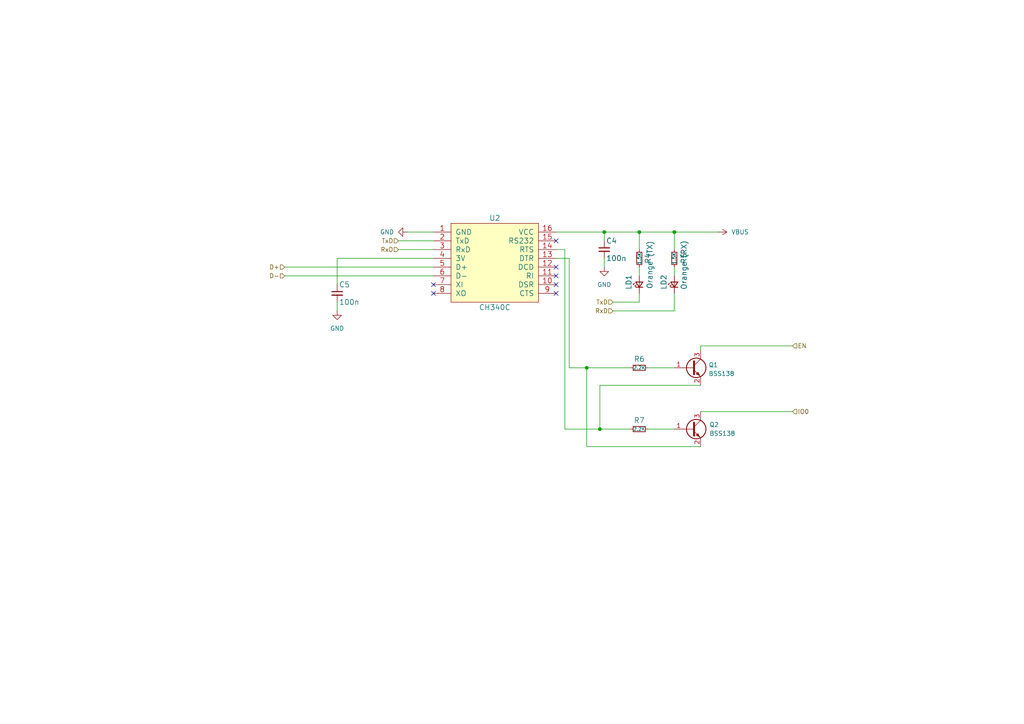
<source format=kicad_sch>
(kicad_sch (version 20250114) (generator "eeschema") (generator_version "9.0")
  (paper "A4")
  (title_block (title "${NAME} ${MODEL}") (date "2025-07-04") (rev "${VERSION}") (company "Mikhail Matveev") (comment 1 "https://github.com/rh1tech/echo"))
  (lib_symbols
    (symbol "BC850_1" (pin_names (offset 0) (hide yes))
      (property "Reference" "Q" (at 5.08 1.905 0))
      (property "Value" "BC850" (at 5.08 0 0))
      (symbol "BC850_1_0_1"
        (polyline (pts (xy -2.54 0) (xy 0.635 0)))
        (polyline (pts (xy 0.635 1.905) (xy 0.635 -1.905)) (stroke (width 0.508)))
        (circle (center 1.27 0) (radius 2.8194) (stroke (width 0.254)))
      )
      (symbol "BC850_1_1_1"
        (polyline (pts (xy 0.635 0.635) (xy 2.54 2.54)))
        (polyline (pts (xy 0.635 -0.635) (xy 2.54 -2.54)))
        (polyline (pts (xy 1.27 -1.778) (xy 1.778 -1.27) (xy 2.286 -2.286) (xy 1.27 -1.778)) (fill (type outline)))
        (pin input line (at -5.08 0 0) (length 2.54) (name "B") (number "1"))
        (pin passive line (at 2.54 5.08 270) (length 2.54) (name "C") (number "3"))
        (pin passive line (at 2.54 -5.08 90) (length 2.54) (name "E") (number "2"))
      )
    )
    (symbol "Device:C_Small" (pin_numbers (hide yes)) (pin_names (offset 0.254) (hide yes))
      (property "Reference" "C" (at 0.254 1.778 0))
      (property "Value" "C_Small" (at 0.254 -2.032 0))
      (symbol "C_Small_0_1"
        (polyline (pts (xy -1.524 0.508) (xy 1.524 0.508)) (stroke (width 0.3048)))
        (polyline (pts (xy -1.524 -0.508) (xy 1.524 -0.508)) (stroke (width 0.3302)))
      )
      (symbol "C_Small_1_1"
        (pin passive line (at 0 2.54 270) (length 2.032) (name "~") (number "1"))
        (pin passive line (at 0 -2.54 90) (length 2.032) (name "~") (number "2"))
      )
    )
    (symbol "Device:LED_Small" (pin_numbers (hide yes)) (pin_names (offset 0.254) (hide yes))
      (property "Reference" "D" (at -1.27 3.175 0))
      (property "Value" "LED_Small" (at -4.445 -2.54 0))
      (symbol "LED_Small_0_1"
        (polyline (pts (xy -0.762 -1.016) (xy -0.762 1.016)) (stroke (width 0.254)))
        (polyline (pts (xy 0 0.762) (xy -0.508 1.27) (xy -0.254 1.27) (xy -0.508 1.27) (xy -0.508 1.016)))
        (polyline (pts (xy 0.508 1.27) (xy 0 1.778) (xy 0.254 1.778) (xy 0 1.778) (xy 0 1.524)))
        (polyline (pts (xy 0.762 -1.016) (xy -0.762 0) (xy 0.762 1.016) (xy 0.762 -1.016)) (stroke (width 0.254)))
        (polyline (pts (xy 1.016 0) (xy -0.762 0)))
      )
      (symbol "LED_Small_1_1"
        (pin passive line (at -2.54 0 0) (length 1.778) (name "K") (number "1"))
        (pin passive line (at 2.54 0 180) (length 1.778) (name "A") (number "2"))
      )
    )
    (symbol "Device:R_Small" (pin_numbers (hide yes)) (pin_names (offset 0.254) (hide yes))
      (property "Reference" "R" (at 0.762 0.508 0))
      (property "Value" "R_Small" (at 0.762 -1.016 0))
      (symbol "R_Small_0_1"
        (rectangle (start -0.762 1.778) (end 0.762 -1.778) (stroke (width 0.2032)))
      )
      (symbol "R_Small_1_1"
        (pin passive line (at 0 2.54 270) (length 0.762) (name "~") (number "1"))
        (pin passive line (at 0 -2.54 90) (length 0.762) (name "~") (number "2"))
      )
    )
    (symbol "FRANK:CH340G" (pin_names (offset 1.27))
      (property "Reference" "U2" (at 0 14.224 0))
      (property "Value" "CH340C" (at 0 -11.684 0))
      (symbol "CH340G_1_1"
        (rectangle (start -12.7 -10.16) (end 12.7 12.7) (fill (type background)))
        (pin power_in line (at -17.78 10.16 0) (length 5.08) (name "GND") (number "1"))
        (pin output line (at -17.78 7.62 0) (length 5.08) (name "TxD") (number "2"))
        (pin input line (at -17.78 5.08 0) (length 5.08) (name "RxD") (number "3"))
        (pin power_out line (at -17.78 2.54 0) (length 5.08) (name "3V") (number "4"))
        (pin bidirectional line (at -17.78 0 0) (length 5.08) (name "D+") (number "5"))
        (pin bidirectional line (at -17.78 -2.54 0) (length 5.08) (name "D-") (number "6"))
        (pin input line (at -17.78 -5.08 0) (length 5.08) (name "XI") (number "7"))
        (pin output line (at -17.78 -7.62 0) (length 5.08) (name "XO") (number "8"))
        (pin power_in line (at 17.78 10.16 180) (length 5.08) (name "VCC") (number "16"))
        (pin input line (at 17.78 7.62 180) (length 5.08) (name "RS232") (number "15"))
        (pin output line (at 17.78 5.08 180) (length 5.08) (name "RTS") (number "14"))
        (pin output line (at 17.78 2.54 180) (length 5.08) (name "DTR") (number "13"))
        (pin input line (at 17.78 0 180) (length 5.08) (name "DCD") (number "12"))
        (pin input line (at 17.78 -2.54 180) (length 5.08) (name "RI") (number "11"))
        (pin input line (at 17.78 -5.08 180) (length 5.08) (name "DSR") (number "10"))
        (pin input line (at 17.78 -7.62 180) (length 5.08) (name "CTS") (number "9"))
      )
    )
    (symbol "power:GND" (power) (pin_numbers (hide yes)) (pin_names (offset 0) (hide yes))
      (property "Value" "GND" (at 0 -3.81 0))
      (symbol "GND_0_1"
        (polyline (pts (xy 0 0) (xy 0 -1.27) (xy 1.27 -1.27) (xy 0 -2.54) (xy -1.27 -1.27) (xy 0 -1.27)))
      )
      (symbol "GND_1_1"
        (pin power_in line (at 0 0 270) (length 0) (name "~") (number "1"))
      )
    )
    (symbol "power:VBUS" (power) (pin_numbers (hide yes)) (pin_names (offset 0) (hide yes))
      (property "Value" "VBUS" (at 0 3.556 0))
      (symbol "VBUS_0_1"
        (polyline (pts (xy -0.762 1.27) (xy 0 2.54)))
        (polyline (pts (xy 0 2.54) (xy 0.762 1.27)))
        (polyline (pts (xy 0 0) (xy 0 2.54)))
      )
      (symbol "VBUS_1_1"
        (pin power_in line (at 0 0 90) (length 0) (name "~") (number "1"))
      )
    )
  )
  (junction (at 175.26 67.31))
  (junction (at 185.42 67.31))
  (junction (at 195.58 67.31))
  (junction (at 173.99 124.46))
  (junction (at 170.18 106.68))
  (no_connect (at 161.29 82.55))
  (no_connect (at 161.29 80.01))
  (no_connect (at 125.73 85.09))
  (no_connect (at 161.29 85.09))
  (no_connect (at 161.29 69.85))
  (no_connect (at 161.29 77.47))
  (no_connect (at 125.73 82.55))
  (wire (pts (xy 175.26 67.31) (xy 185.42 67.31)))
  (wire (pts (xy 173.99 124.46) (xy 182.88 124.46)))
  (wire (pts (xy 203.2 101.6) (xy 203.2 100.33)))
  (wire (pts (xy 163.83 124.46) (xy 173.99 124.46)))
  (wire (pts (xy 170.18 106.68) (xy 182.88 106.68)))
  (wire (pts (xy 165.1 106.68) (xy 170.18 106.68)))
  (wire (pts (xy 175.26 69.85) (xy 175.26 67.31)))
  (wire (pts (xy 203.2 119.38) (xy 229.87 119.38)))
  (wire (pts (xy 97.79 74.93) (xy 125.73 74.93)))
  (wire (pts (xy 175.26 74.93) (xy 175.26 77.47)))
  (wire (pts (xy 82.55 77.47) (xy 125.73 77.47)))
  (wire (pts (xy 195.58 67.31) (xy 208.28 67.31)))
  (wire (pts (xy 161.29 67.31) (xy 175.26 67.31)))
  (wire (pts (xy 97.79 90.17) (xy 97.79 87.63)))
  (wire (pts (xy 203.2 129.54) (xy 170.18 129.54)))
  (wire (pts (xy 170.18 106.68) (xy 170.18 129.54)))
  (wire (pts (xy 185.42 67.31) (xy 195.58 67.31)))
  (wire (pts (xy 195.58 85.09) (xy 195.58 90.17)))
  (wire (pts (xy 185.42 77.47) (xy 185.42 80.01)))
  (wire (pts (xy 163.83 72.39) (xy 163.83 124.46)))
  (wire (pts (xy 161.29 74.93) (xy 165.1 74.93)))
  (wire (pts (xy 82.55 80.01) (xy 125.73 80.01)))
  (wire (pts (xy 173.99 124.46) (xy 173.99 111.76)))
  (wire (pts (xy 177.8 87.63) (xy 185.42 87.63)))
  (wire (pts (xy 203.2 100.33) (xy 229.87 100.33)))
  (wire (pts (xy 125.73 69.85) (xy 115.57 69.85)))
  (wire (pts (xy 97.79 74.93) (xy 97.79 82.55)))
  (wire (pts (xy 177.8 90.17) (xy 195.58 90.17)))
  (wire (pts (xy 195.58 77.47) (xy 195.58 80.01)))
  (wire (pts (xy 165.1 74.93) (xy 165.1 106.68)))
  (wire (pts (xy 125.73 72.39) (xy 115.57 72.39)))
  (wire (pts (xy 118.11 67.31) (xy 125.73 67.31)))
  (wire (pts (xy 161.29 72.39) (xy 163.83 72.39)))
  (wire (pts (xy 185.42 67.31) (xy 185.42 72.39)))
  (wire (pts (xy 195.58 67.31) (xy 195.58 72.39)))
  (wire (pts (xy 187.96 124.46) (xy 195.58 124.46)))
  (wire (pts (xy 185.42 85.09) (xy 185.42 87.63)))
  (wire (pts (xy 173.99 111.76) (xy 203.2 111.76)))
  (wire (pts (xy 187.96 106.68) (xy 195.58 106.68)))
  (hierarchical_label "TxD" (shape input) (at 177.8 87.63 180))
  (hierarchical_label "IO0" (shape input) (at 229.87 119.38 0))
  (hierarchical_label "TxD" (shape input) (at 115.57 69.85 180))
  (hierarchical_label "D-" (shape input) (at 82.55 80.01 180))
  (hierarchical_label "RxD" (shape input) (at 115.57 72.39 180))
  (hierarchical_label "EN" (shape input) (at 229.87 100.33 0))
  (hierarchical_label "RxD" (shape input) (at 177.8 90.17 180))
  (hierarchical_label "D+" (shape input) (at 82.55 77.47 180))
  (symbol (lib_name "BC850_1") (lib_id "Transistor_BJT:BC850") (at 200.66 124.46 0) (unit 1)
    (property "Reference" "Q2" (at 205.74 123.1899 0) (effects (justify left)))
    (property "Value" "BSS138" (at 205.74 125.7299 0) (effects (justify left)))
    (property "Footprint" "FRANK:SOT-23" (effects (hide yes)))
    (property "Datasheet" "http://www.infineon.com/dgdl/Infineon-BC847SERIES_BC848SERIES_BC849SERIES_BC850SERIES-DS-v01_01-en.pdf?fileId=db3a304314dca389011541d4630a1657" (effects (hide yes)))
    (property "Description" "0.1A Ic, 45V Vce, NPN Transistor, SOT-23" (effects (hide yes)))
    (property "AliExpress" "https://www.aliexpress.com/item/1005005008637286.html" (effects (hide yes)))
  )
  (symbol (lib_id "Device:LED_Small") (at 185.42 82.55 90) (unit 1)
    (property "Reference" "LD1" (at 182.372 84.074 0) (effects (font (size 1.524 1.524)) (justify left)))
    (property "Value" "Orange (TX)" (at 188.468 83.82 0) (effects (font (size 1.524 1.524)) (justify left)))
    (property "Footprint" "FRANK:LED (0805)" (effects (hide yes)))
    (property "Description" "Light emitting diode, small symbol" (effects (hide yes)))
    (property "Sim.Pin" "1=K 2=A" (effects (hide yes)))
  )
  (symbol (lib_id "power:GND") (at 97.79 90.17 0) (unit 1)
    (property "Reference" "#PWR017" (effects (hide yes)))
    (property "Value" "GND" (at 97.79 95.25 0))
    (property "Description" "Power symbol creates a global label with name \"GND\" , ground" (effects (hide yes)))
  )
  (symbol (lib_id "FRANK:CH340G") (at 143.51 77.47 0) (unit 1)
    (property "Reference" "U2" (at 143.51 63.246 0) (effects (font (size 1.524 1.524))))
    (property "Value" "CH340C" (at 143.51 89.154 0) (effects (font (size 1.524 1.524))))
    (property "Footprint" "FRANK:SOP-16" (effects (hide yes)))
  )
  (symbol (lib_id "Device:R_Small") (at 185.42 106.68 270) (unit 1)
    (property "Reference" "R6" (at 185.42 104.14 90) (effects (font (size 1.524 1.524))))
    (property "Value" "2.2K" (at 185.42 106.68 90) (effects (font (size 1.016 1.016))))
    (property "Footprint" "FRANK:Resistor (0402)" (effects (hide yes)))
    (property "Description" "Resistor, small symbol" (effects (hide yes)))
    (property "AliExpress" "https://www.aliexpress.com/item/1005005945735199.html" (effects (hide yes)))
  )
  (symbol (lib_id "Device:R_Small") (at 195.58 74.93 0) (unit 1)
    (property "Reference" "R5" (at 198.374 74.93 90) (effects (font (size 1.524 1.524))))
    (property "Value" "1.5K" (at 195.58 74.93 90) (effects (font (size 1.016 1.016))))
    (property "Footprint" "FRANK:Resistor (0402)" (effects (hide yes)))
    (property "Description" "Resistor, small symbol" (effects (hide yes)))
    (property "AliExpress" "https://www.aliexpress.com/item/1005005945735199.html" (effects (hide yes)))
  )
  (symbol (lib_id "Device:C_Small") (at 97.79 85.09 0) (unit 1)
    (property "Reference" "C5" (at 98.298 82.55 0) (effects (font (size 1.524 1.524)) (justify left)))
    (property "Value" "100n" (at 98.298 87.63 0) (effects (font (size 1.524 1.524)) (justify left)))
    (property "Footprint" "FRANK:Capacitor (0402)" (effects (hide yes)))
    (property "Description" "Unpolarized capacitor, small symbol" (effects (hide yes)))
    (property "AliExpress" "https://www.aliexpress.com/item/33008008276.html" (effects (hide yes)))
  )
  (symbol (lib_id "power:VBUS") (at 208.28 67.31 270) (unit 1)
    (property "Reference" "#PWR015" (effects (hide yes)))
    (property "Value" "VBUS" (at 212.09 67.3099 90) (effects (justify left)))
    (property "Description" "Power symbol creates a global label with name \"VBUS\"" (effects (hide yes)))
  )
  (symbol (lib_name "BC850_1") (lib_id "Transistor_BJT:BC850") (at 200.66 106.68 0) (unit 1)
    (property "Reference" "Q1" (at 205.5114 105.8453 0) (effects (justify left)))
    (property "Value" "BSS138" (at 205.5114 108.3822 0) (effects (justify left)))
    (property "Footprint" "FRANK:SOT-23" (effects (hide yes)))
    (property "Datasheet" "http://www.infineon.com/dgdl/Infineon-BC847SERIES_BC848SERIES_BC849SERIES_BC850SERIES-DS-v01_01-en.pdf?fileId=db3a304314dca389011541d4630a1657" (effects (hide yes)))
    (property "Description" "0.1A Ic, 45V Vce, NPN Transistor, SOT-23" (effects (hide yes)))
    (property "AliExpress" "https://www.aliexpress.com/item/1005005008637286.html" (effects (hide yes)))
  )
  (symbol (lib_id "Device:R_Small") (at 185.42 74.93 180) (unit 1)
    (property "Reference" "R4" (at 187.96 74.93 90) (effects (font (size 1.524 1.524))))
    (property "Value" "1.5K" (at 185.42 74.93 90) (effects (font (size 1.016 1.016))))
    (property "Footprint" "FRANK:Resistor (0402)" (effects (hide yes)))
    (property "Description" "Resistor, small symbol" (effects (hide yes)))
    (property "AliExpress" "https://www.aliexpress.com/item/1005005945735199.html" (effects (hide yes)))
  )
  (symbol (lib_id "power:GND") (at 118.11 67.31 270) (unit 1)
    (property "Reference" "#PWR014" (effects (hide yes)))
    (property "Value" "GND" (at 114.3 67.3099 90) (effects (justify right)))
    (property "Description" "Power symbol creates a global label with name \"GND\" , ground" (effects (hide yes)))
  )
  (symbol (lib_id "power:GND") (at 175.26 77.47 0) (unit 1)
    (property "Reference" "#PWR016" (effects (hide yes)))
    (property "Value" "GND" (at 175.26 82.55 0))
    (property "Description" "Power symbol creates a global label with name \"GND\" , ground" (effects (hide yes)))
  )
  (symbol (lib_id "Device:LED_Small") (at 195.58 82.55 90) (unit 1)
    (property "Reference" "LD2" (at 192.532 84.074 0) (effects (font (size 1.524 1.524)) (justify left)))
    (property "Value" "Orange (RX)" (at 198.374 84.074 0) (effects (font (size 1.524 1.524)) (justify left)))
    (property "Footprint" "FRANK:LED (0805)" (effects (hide yes)))
    (property "Description" "Light emitting diode, small symbol" (effects (hide yes)))
    (property "Sim.Pin" "1=K 2=A" (effects (hide yes)))
  )
  (symbol (lib_id "Device:R_Small") (at 185.42 124.46 270) (unit 1)
    (property "Reference" "R7" (at 185.42 121.92 90) (effects (font (size 1.524 1.524))))
    (property "Value" "2.2K" (at 185.42 124.46 90) (effects (font (size 1.016 1.016))))
    (property "Footprint" "FRANK:Resistor (0402)" (effects (hide yes)))
    (property "Description" "Resistor, small symbol" (effects (hide yes)))
    (property "AliExpress" "https://www.aliexpress.com/item/1005005945735199.html" (effects (hide yes)))
  )
  (symbol (lib_id "Device:C_Small") (at 175.26 72.39 0) (unit 1)
    (property "Reference" "C4" (at 175.768 69.85 0) (effects (font (size 1.524 1.524)) (justify left)))
    (property "Value" "100n" (at 175.768 74.93 0) (effects (font (size 1.524 1.524)) (justify left)))
    (property "Footprint" "FRANK:Capacitor (0402)" (effects (hide yes)))
    (property "Description" "Unpolarized capacitor, small symbol" (effects (hide yes)))
    (property "AliExpress" "https://www.aliexpress.com/item/33008008276.html" (effects (hide yes)))
  )
)
</source>
